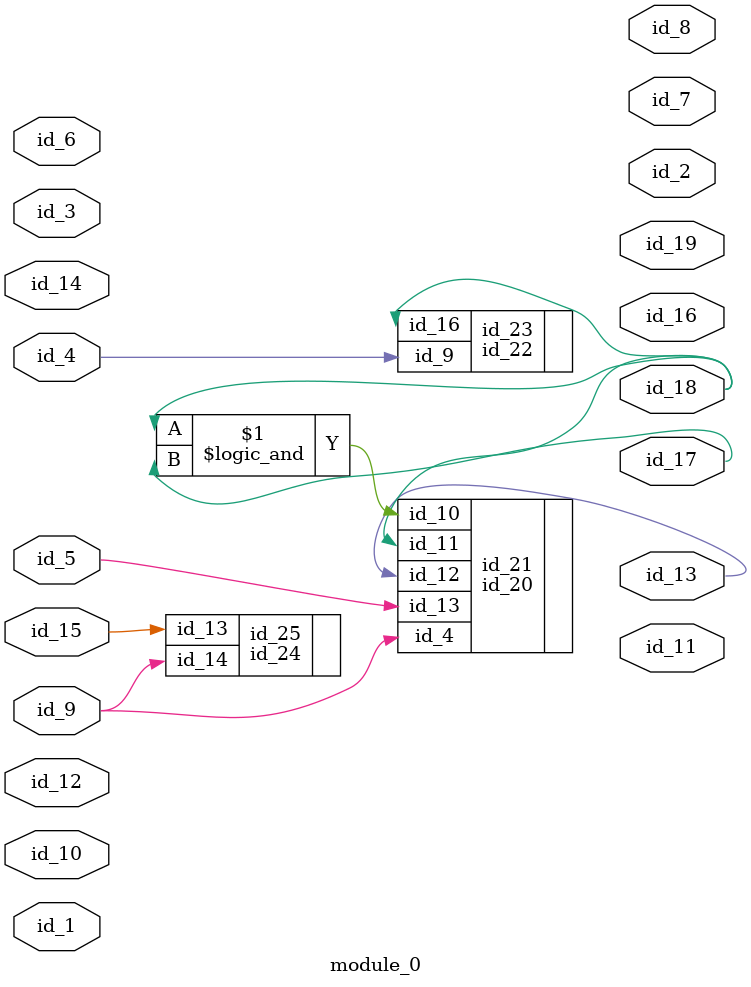
<source format=v>
module module_0 (
    id_1,
    id_2,
    id_3,
    id_4,
    id_5,
    id_6,
    id_7,
    id_8,
    id_9,
    id_10,
    id_11,
    id_12,
    id_13,
    id_14,
    id_15,
    id_16,
    id_17,
    id_18,
    id_19
);
  output id_19;
  output id_18;
  output id_17;
  output id_16;
  input id_15;
  input id_14;
  output id_13;
  input id_12;
  output id_11;
  input id_10;
  input id_9;
  output id_8;
  output id_7;
  input id_6;
  input id_5;
  input id_4;
  input id_3;
  output id_2;
  input id_1;
  id_20 id_21 (
      .id_4 (id_9),
      .id_12(id_13),
      .id_11(id_18),
      .id_10(id_18 && id_17),
      .id_13(id_5)
  );
  id_22 id_23 (
      .id_16(id_18),
      .id_9 (id_4)
  );
  id_24 id_25 (
      .id_13(id_15),
      .id_14(id_9)
  );
endmodule

</source>
